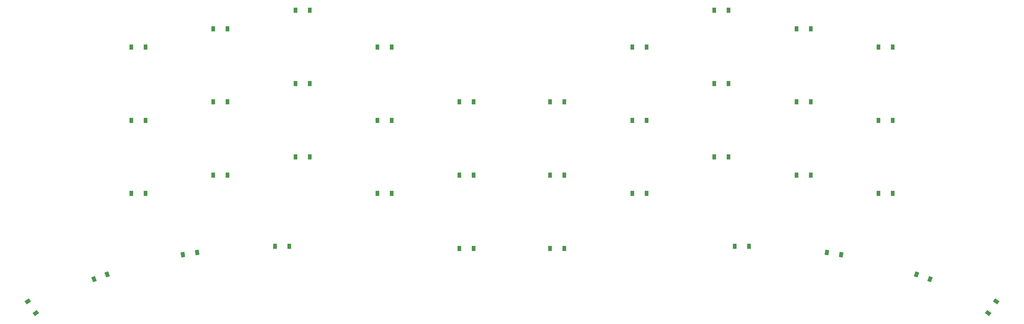
<source format=gbr>
%TF.GenerationSoftware,KiCad,Pcbnew,(6.0.4)*%
%TF.CreationDate,2022-07-04T17:43:03-04:00*%
%TF.ProjectId,glitch,676c6974-6368-42e6-9b69-6361645f7063,v1.0.0*%
%TF.SameCoordinates,Original*%
%TF.FileFunction,Paste,Top*%
%TF.FilePolarity,Positive*%
%FSLAX46Y46*%
G04 Gerber Fmt 4.6, Leading zero omitted, Abs format (unit mm)*
G04 Created by KiCad (PCBNEW (6.0.4)) date 2022-07-04 17:43:03*
%MOMM*%
%LPD*%
G01*
G04 APERTURE LIST*
G04 Aperture macros list*
%AMRotRect*
0 Rectangle, with rotation*
0 The origin of the aperture is its center*
0 $1 length*
0 $2 width*
0 $3 Rotation angle, in degrees counterclockwise*
0 Add horizontal line*
21,1,$1,$2,0,0,$3*%
G04 Aperture macros list end*
%ADD10R,0.900000X1.200000*%
%ADD11RotRect,0.900000X1.200000X170.000000*%
%ADD12RotRect,0.900000X1.200000X160.000000*%
%ADD13RotRect,0.900000X1.200000X235.000000*%
%ADD14RotRect,0.900000X1.200000X190.000000*%
%ADD15RotRect,0.900000X1.200000X200.000000*%
%ADD16RotRect,0.900000X1.200000X125.000000*%
G04 APERTURE END LIST*
D10*
%TO.C,D1*%
X-1650000Y-4500000D03*
X1650000Y-4500000D03*
%TD*%
%TO.C,D2*%
X-1650000Y12500000D03*
X1650000Y12500000D03*
%TD*%
%TO.C,D3*%
X-1650000Y29500000D03*
X1650000Y29500000D03*
%TD*%
%TO.C,D4*%
X17350000Y8250000D03*
X20650000Y8250000D03*
%TD*%
%TO.C,D5*%
X17350000Y25250000D03*
X20650000Y25250000D03*
%TD*%
%TO.C,D6*%
X17350000Y42250000D03*
X20650000Y42250000D03*
%TD*%
%TO.C,D7*%
X36350000Y16750000D03*
X39650000Y16750000D03*
%TD*%
%TO.C,D8*%
X36350000Y33750000D03*
X39650000Y33750000D03*
%TD*%
%TO.C,D9*%
X36350000Y50750000D03*
X39650000Y50750000D03*
%TD*%
%TO.C,D10*%
X55350000Y12500000D03*
X58650000Y12500000D03*
%TD*%
%TO.C,D11*%
X55350000Y29500000D03*
X58650000Y29500000D03*
%TD*%
%TO.C,D12*%
X55350000Y46500000D03*
X58650000Y46500000D03*
%TD*%
%TO.C,D13*%
X74350000Y8250000D03*
X77650000Y8250000D03*
%TD*%
%TO.C,D14*%
X74350000Y25250000D03*
X77650000Y25250000D03*
%TD*%
%TO.C,D15*%
X74350000Y42250000D03*
X77650000Y42250000D03*
%TD*%
%TO.C,D16*%
X44400000Y-4000000D03*
X41100000Y-4000000D03*
%TD*%
D11*
%TO.C,D17*%
X65676873Y-5975220D03*
X62427007Y-5402182D03*
%TD*%
D12*
%TO.C,D18*%
X86287510Y-11615123D03*
X83186524Y-10486457D03*
%TD*%
D13*
%TO.C,D19*%
X101635050Y-16778903D03*
X99742248Y-19482105D03*
%TD*%
D10*
%TO.C,D20*%
X-22650000Y-4500000D03*
X-19350000Y-4500000D03*
%TD*%
%TO.C,D21*%
X-22650000Y12500000D03*
X-19350000Y12500000D03*
%TD*%
%TO.C,D22*%
X-22650000Y29500000D03*
X-19350000Y29500000D03*
%TD*%
%TO.C,D23*%
X-41650000Y8250000D03*
X-38350000Y8250000D03*
%TD*%
%TO.C,D24*%
X-41650000Y25250000D03*
X-38350000Y25250000D03*
%TD*%
%TO.C,D25*%
X-41650000Y42250000D03*
X-38350000Y42250000D03*
%TD*%
%TO.C,D26*%
X-60650000Y16750000D03*
X-57350000Y16750000D03*
%TD*%
%TO.C,D27*%
X-60650000Y33750000D03*
X-57350000Y33750000D03*
%TD*%
%TO.C,D28*%
X-60650000Y50750000D03*
X-57350000Y50750000D03*
%TD*%
%TO.C,D29*%
X-79650000Y12500000D03*
X-76350000Y12500000D03*
%TD*%
%TO.C,D30*%
X-79650000Y29500000D03*
X-76350000Y29500000D03*
%TD*%
%TO.C,D31*%
X-79650000Y46500000D03*
X-76350000Y46500000D03*
%TD*%
%TO.C,D32*%
X-98650000Y8250000D03*
X-95350000Y8250000D03*
%TD*%
%TO.C,D33*%
X-98650000Y25250000D03*
X-95350000Y25250000D03*
%TD*%
%TO.C,D34*%
X-98650000Y42250000D03*
X-95350000Y42250000D03*
%TD*%
%TO.C,D35*%
X-62100000Y-4000000D03*
X-65400000Y-4000000D03*
%TD*%
D14*
%TO.C,D36*%
X-83427007Y-5402182D03*
X-86676873Y-5975220D03*
%TD*%
D15*
%TO.C,D37*%
X-104186524Y-10486457D03*
X-107287510Y-11615123D03*
%TD*%
D16*
%TO.C,D38*%
X-120742248Y-19482105D03*
X-122635050Y-16778903D03*
%TD*%
M02*

</source>
